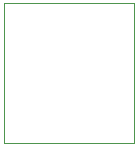
<source format=gbr>
%TF.GenerationSoftware,Altium Limited,Altium Designer,24.7.2 (38)*%
G04 Layer_Color=32896*
%FSLAX43Y43*%
%MOMM*%
%TF.SameCoordinates,A6C98B59-F63B-4C8E-8392-574C2285590F*%
%TF.FilePolarity,Positive*%
%TF.FileFunction,Other,Mechanical_20*%
%TF.Part,Single*%
G01*
G75*
%TA.AperFunction,NonConductor*%
%ADD59C,0.050*%
D59*
X15233Y8075D02*
Y19925D01*
X4167D02*
X15233D01*
X4167Y8075D02*
Y19925D01*
Y8075D02*
X15233D01*
%TF.MD5,c523b76f329467ebd63819b011201a58*%
M02*

</source>
